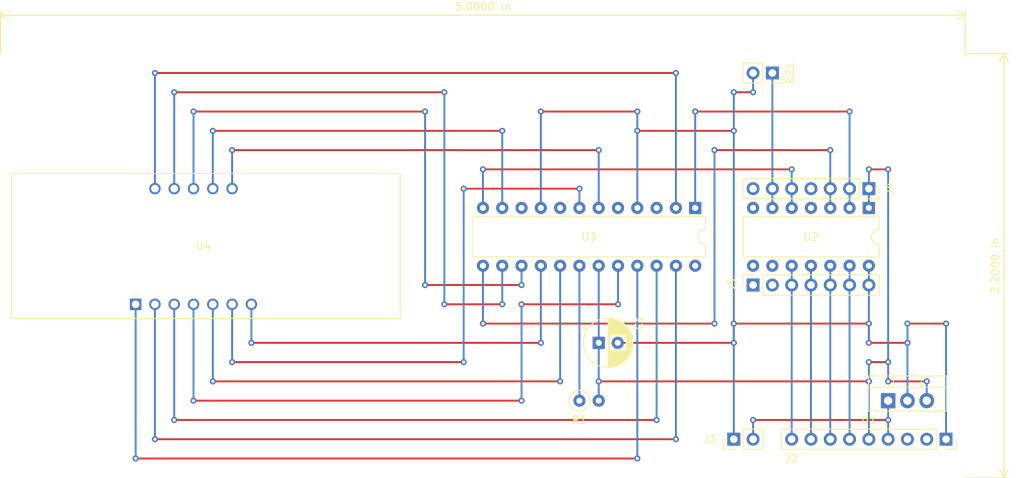
<source format=kicad_pcb>
(kicad_pcb (version 20171130) (host pcbnew "(5.1.4)-1")

  (general
    (thickness 1.2)
    (drawings 2)
    (tracks 162)
    (zones 0)
    (modules 11)
    (nets 36)
  )

  (page A4)
  (layers
    (0 F.Cu power)
    (31 B.Cu power)
    (32 B.Adhes user)
    (33 F.Adhes user)
    (34 B.Paste user)
    (35 F.Paste user)
    (36 B.SilkS user)
    (37 F.SilkS user)
    (38 B.Mask user)
    (39 F.Mask user)
    (40 Dwgs.User user)
    (41 Cmts.User user)
    (42 Eco1.User user)
    (43 Eco2.User user)
    (44 Edge.Cuts user)
    (45 Margin user)
    (46 B.CrtYd user)
    (47 F.CrtYd user)
    (48 B.Fab user)
    (49 F.Fab user)
  )

  (setup
    (last_trace_width 0.25)
    (user_trace_width 0.55)
    (user_trace_width 0.7)
    (trace_clearance 0.2)
    (zone_clearance 0.508)
    (zone_45_only no)
    (trace_min 0.08)
    (via_size 0.8)
    (via_drill 0.4)
    (via_min_size 0.4)
    (via_min_drill 0.3)
    (uvia_size 0.3)
    (uvia_drill 0.1)
    (uvias_allowed no)
    (uvia_min_size 0.2)
    (uvia_min_drill 0.1)
    (edge_width 0.05)
    (segment_width 0.2)
    (pcb_text_width 0.3)
    (pcb_text_size 1.5 1.5)
    (mod_edge_width 0.15)
    (mod_text_size 1 1)
    (mod_text_width 0.15)
    (pad_size 1.524 1.524)
    (pad_drill 0.762)
    (pad_to_mask_clearance 0.051)
    (solder_mask_min_width 0.25)
    (aux_axis_origin 0 0)
    (visible_elements 7FFFFFFF)
    (pcbplotparams
      (layerselection 0x010fc_ffffffff)
      (usegerberextensions false)
      (usegerberattributes false)
      (usegerberadvancedattributes false)
      (creategerberjobfile false)
      (excludeedgelayer true)
      (linewidth 0.100000)
      (plotframeref false)
      (viasonmask false)
      (mode 1)
      (useauxorigin false)
      (hpglpennumber 1)
      (hpglpenspeed 20)
      (hpglpendiameter 15.000000)
      (psnegative false)
      (psa4output false)
      (plotreference true)
      (plotvalue true)
      (plotinvisibletext false)
      (padsonsilk false)
      (subtractmaskfromsilk false)
      (outputformat 1)
      (mirror false)
      (drillshape 1)
      (scaleselection 1)
      (outputdirectory ""))
  )

  (net 0 "")
  (net 1 BUZZER)
  (net 2 RESET)
  (net 3 SCK)
  (net 4 MOSI)
  (net 5 MISO)
  (net 6 5v)
  (net 7 LOWPOWER)
  (net 8 DISARM)
  (net 9 STRIKE)
  (net 10 CORRECT)
  (net 11 VIN)
  (net 12 "Net-(J2-Pad3)")
  (net 13 "Net-(J2-Pad2)")
  (net 14 "Net-(R1-Pad1)")
  (net 15 "Net-(U3-Pad24)")
  (net 16 "Net-(U3-Pad23)")
  (net 17 "Net-(U3-Pad11)")
  (net 18 "Net-(U3-Pad22)")
  (net 19 "Net-(U3-Pad10)")
  (net 20 "Net-(U3-Pad21)")
  (net 21 "Net-(U3-Pad20)")
  (net 22 "Net-(U3-Pad8)")
  (net 23 "Net-(U3-Pad7)")
  (net 24 "Net-(U3-Pad6)")
  (net 25 "Net-(U3-Pad17)")
  (net 26 "Net-(U3-Pad5)")
  (net 27 "Net-(U3-Pad16)")
  (net 28 "Net-(U3-Pad15)")
  (net 29 "Net-(U3-Pad3)")
  (net 30 "Net-(U3-Pad14)")
  (net 31 "Net-(U3-Pad2)")
  (net 32 GND)
  (net 33 Pin5)
  (net 34 Pin3)
  (net 35 Pin2)

  (net_class Default "This is the default net class."
    (clearance 0.2)
    (trace_width 0.25)
    (via_dia 0.8)
    (via_drill 0.4)
    (uvia_dia 0.3)
    (uvia_drill 0.1)
    (add_net 5v)
    (add_net BUZZER)
    (add_net CORRECT)
    (add_net DISARM)
    (add_net GND)
    (add_net LOWPOWER)
    (add_net MISO)
    (add_net MOSI)
    (add_net "Net-(J2-Pad2)")
    (add_net "Net-(J2-Pad3)")
    (add_net "Net-(R1-Pad1)")
    (add_net "Net-(U3-Pad10)")
    (add_net "Net-(U3-Pad11)")
    (add_net "Net-(U3-Pad14)")
    (add_net "Net-(U3-Pad15)")
    (add_net "Net-(U3-Pad16)")
    (add_net "Net-(U3-Pad17)")
    (add_net "Net-(U3-Pad2)")
    (add_net "Net-(U3-Pad20)")
    (add_net "Net-(U3-Pad21)")
    (add_net "Net-(U3-Pad22)")
    (add_net "Net-(U3-Pad23)")
    (add_net "Net-(U3-Pad24)")
    (add_net "Net-(U3-Pad3)")
    (add_net "Net-(U3-Pad5)")
    (add_net "Net-(U3-Pad6)")
    (add_net "Net-(U3-Pad7)")
    (add_net "Net-(U3-Pad8)")
    (add_net Pin2)
    (add_net Pin3)
    (add_net Pin5)
    (add_net RESET)
    (add_net SCK)
    (add_net STRIKE)
    (add_net VIN)
  )

  (module Connector_PinSocket_2.54mm:PinSocket_1x07_P2.54mm_Vertical (layer F.Cu) (tedit 5A19A433) (tstamp 5DDA923B)
    (at 139.7 101.6 90)
    (descr "Through hole straight socket strip, 1x07, 2.54mm pitch, single row (from Kicad 4.0.7), script generated")
    (tags "Through hole socket strip THT 1x07 2.54mm single row")
    (path /5DDDF234)
    (fp_text reference J5 (at 0 -2.77 90) (layer F.SilkS)
      (effects (font (size 1 1) (thickness 0.15)))
    )
    (fp_text value Conn_01x07 (at 0 18.01 90) (layer F.Fab)
      (effects (font (size 1 1) (thickness 0.15)))
    )
    (fp_text user %R (at 0 7.62) (layer F.Fab)
      (effects (font (size 1 1) (thickness 0.15)))
    )
    (fp_line (start -1.8 17) (end -1.8 -1.8) (layer F.CrtYd) (width 0.05))
    (fp_line (start 1.75 17) (end -1.8 17) (layer F.CrtYd) (width 0.05))
    (fp_line (start 1.75 -1.8) (end 1.75 17) (layer F.CrtYd) (width 0.05))
    (fp_line (start -1.8 -1.8) (end 1.75 -1.8) (layer F.CrtYd) (width 0.05))
    (fp_line (start 0 -1.33) (end 1.33 -1.33) (layer F.SilkS) (width 0.12))
    (fp_line (start 1.33 -1.33) (end 1.33 0) (layer F.SilkS) (width 0.12))
    (fp_line (start 1.33 1.27) (end 1.33 16.57) (layer F.SilkS) (width 0.12))
    (fp_line (start -1.33 16.57) (end 1.33 16.57) (layer F.SilkS) (width 0.12))
    (fp_line (start -1.33 1.27) (end -1.33 16.57) (layer F.SilkS) (width 0.12))
    (fp_line (start -1.33 1.27) (end 1.33 1.27) (layer F.SilkS) (width 0.12))
    (fp_line (start -1.27 16.51) (end -1.27 -1.27) (layer F.Fab) (width 0.1))
    (fp_line (start 1.27 16.51) (end -1.27 16.51) (layer F.Fab) (width 0.1))
    (fp_line (start 1.27 -0.635) (end 1.27 16.51) (layer F.Fab) (width 0.1))
    (fp_line (start 0.635 -1.27) (end 1.27 -0.635) (layer F.Fab) (width 0.1))
    (fp_line (start -1.27 -1.27) (end 0.635 -1.27) (layer F.Fab) (width 0.1))
    (pad 7 thru_hole oval (at 0 15.24 90) (size 1.7 1.7) (drill 1) (layers *.Cu *.Mask)
      (net 32 GND))
    (pad 6 thru_hole oval (at 0 12.7 90) (size 1.7 1.7) (drill 1) (layers *.Cu *.Mask)
      (net 10 CORRECT))
    (pad 5 thru_hole oval (at 0 10.16 90) (size 1.7 1.7) (drill 1) (layers *.Cu *.Mask)
      (net 9 STRIKE))
    (pad 4 thru_hole oval (at 0 7.62 90) (size 1.7 1.7) (drill 1) (layers *.Cu *.Mask)
      (net 8 DISARM))
    (pad 3 thru_hole oval (at 0 5.08 90) (size 1.7 1.7) (drill 1) (layers *.Cu *.Mask)
      (net 7 LOWPOWER))
    (pad 2 thru_hole oval (at 0 2.54 90) (size 1.7 1.7) (drill 1) (layers *.Cu *.Mask)
      (net 3 SCK))
    (pad 1 thru_hole rect (at 0 0 90) (size 1.7 1.7) (drill 1) (layers *.Cu *.Mask)
      (net 5 MISO))
    (model ${KISYS3DMOD}/Connector_PinSocket_2.54mm.3dshapes/PinSocket_1x07_P2.54mm_Vertical.wrl
      (at (xyz 0 0 0))
      (scale (xyz 1 1 1))
      (rotate (xyz 0 0 0))
    )
  )

  (module Connector_PinSocket_2.54mm:PinSocket_1x07_P2.54mm_Vertical (layer F.Cu) (tedit 5A19A433) (tstamp 5DDA9220)
    (at 154.94 88.9 270)
    (descr "Through hole straight socket strip, 1x07, 2.54mm pitch, single row (from Kicad 4.0.7), script generated")
    (tags "Through hole socket strip THT 1x07 2.54mm single row")
    (path /5DDDC6DC)
    (fp_text reference J4 (at 0 -2.77 90) (layer F.SilkS)
      (effects (font (size 1 1) (thickness 0.15)))
    )
    (fp_text value Conn_01x07 (at 0 18.01 90) (layer F.Fab)
      (effects (font (size 1 1) (thickness 0.15)))
    )
    (fp_text user %R (at 0 7.62) (layer F.Fab)
      (effects (font (size 1 1) (thickness 0.15)))
    )
    (fp_line (start -1.8 17) (end -1.8 -1.8) (layer F.CrtYd) (width 0.05))
    (fp_line (start 1.75 17) (end -1.8 17) (layer F.CrtYd) (width 0.05))
    (fp_line (start 1.75 -1.8) (end 1.75 17) (layer F.CrtYd) (width 0.05))
    (fp_line (start -1.8 -1.8) (end 1.75 -1.8) (layer F.CrtYd) (width 0.05))
    (fp_line (start 0 -1.33) (end 1.33 -1.33) (layer F.SilkS) (width 0.12))
    (fp_line (start 1.33 -1.33) (end 1.33 0) (layer F.SilkS) (width 0.12))
    (fp_line (start 1.33 1.27) (end 1.33 16.57) (layer F.SilkS) (width 0.12))
    (fp_line (start -1.33 16.57) (end 1.33 16.57) (layer F.SilkS) (width 0.12))
    (fp_line (start -1.33 1.27) (end -1.33 16.57) (layer F.SilkS) (width 0.12))
    (fp_line (start -1.33 1.27) (end 1.33 1.27) (layer F.SilkS) (width 0.12))
    (fp_line (start -1.27 16.51) (end -1.27 -1.27) (layer F.Fab) (width 0.1))
    (fp_line (start 1.27 16.51) (end -1.27 16.51) (layer F.Fab) (width 0.1))
    (fp_line (start 1.27 -0.635) (end 1.27 16.51) (layer F.Fab) (width 0.1))
    (fp_line (start 0.635 -1.27) (end 1.27 -0.635) (layer F.Fab) (width 0.1))
    (fp_line (start -1.27 -1.27) (end 0.635 -1.27) (layer F.Fab) (width 0.1))
    (pad 7 thru_hole oval (at 0 15.24 270) (size 1.7 1.7) (drill 1) (layers *.Cu *.Mask)
      (net 4 MOSI))
    (pad 6 thru_hole oval (at 0 12.7 270) (size 1.7 1.7) (drill 1) (layers *.Cu *.Mask)
      (net 1 BUZZER))
    (pad 5 thru_hole oval (at 0 10.16 270) (size 1.7 1.7) (drill 1) (layers *.Cu *.Mask)
      (net 33 Pin5))
    (pad 4 thru_hole oval (at 0 7.62 270) (size 1.7 1.7) (drill 1) (layers *.Cu *.Mask)
      (net 2 RESET))
    (pad 3 thru_hole oval (at 0 5.08 270) (size 1.7 1.7) (drill 1) (layers *.Cu *.Mask)
      (net 34 Pin3))
    (pad 2 thru_hole oval (at 0 2.54 270) (size 1.7 1.7) (drill 1) (layers *.Cu *.Mask)
      (net 35 Pin2))
    (pad 1 thru_hole rect (at 0 0 270) (size 1.7 1.7) (drill 1) (layers *.Cu *.Mask)
      (net 6 5v))
    (model ${KISYS3DMOD}/Connector_PinSocket_2.54mm.3dshapes/PinSocket_1x07_P2.54mm_Vertical.wrl
      (at (xyz 0 0 0))
      (scale (xyz 1 1 1))
      (rotate (xyz 0 0 0))
    )
  )

  (module Connector_PinHeader_2.54mm:PinHeader_1x02_P2.54mm_Vertical (layer F.Cu) (tedit 59FED5CC) (tstamp 5DDA9205)
    (at 137.16 121.92 90)
    (descr "Through hole straight pin header, 1x02, 2.54mm pitch, single row")
    (tags "Through hole pin header THT 1x02 2.54mm single row")
    (path /5D74C8FE)
    (fp_text reference J3 (at 0 -3.175 180) (layer F.SilkS)
      (effects (font (size 1 1) (thickness 0.15)))
    )
    (fp_text value "Battery Header" (at -2.54 -0.635 180) (layer F.Fab)
      (effects (font (size 1 1) (thickness 0.15)))
    )
    (fp_text user %R (at 0 1.27) (layer F.Fab)
      (effects (font (size 1 1) (thickness 0.15)))
    )
    (fp_line (start 1.8 -1.8) (end -1.8 -1.8) (layer F.CrtYd) (width 0.05))
    (fp_line (start 1.8 4.35) (end 1.8 -1.8) (layer F.CrtYd) (width 0.05))
    (fp_line (start -1.8 4.35) (end 1.8 4.35) (layer F.CrtYd) (width 0.05))
    (fp_line (start -1.8 -1.8) (end -1.8 4.35) (layer F.CrtYd) (width 0.05))
    (fp_line (start -1.33 -1.33) (end 0 -1.33) (layer F.SilkS) (width 0.12))
    (fp_line (start -1.33 0) (end -1.33 -1.33) (layer F.SilkS) (width 0.12))
    (fp_line (start -1.33 1.27) (end 1.33 1.27) (layer F.SilkS) (width 0.12))
    (fp_line (start 1.33 1.27) (end 1.33 3.87) (layer F.SilkS) (width 0.12))
    (fp_line (start -1.33 1.27) (end -1.33 3.87) (layer F.SilkS) (width 0.12))
    (fp_line (start -1.33 3.87) (end 1.33 3.87) (layer F.SilkS) (width 0.12))
    (fp_line (start -1.27 -0.635) (end -0.635 -1.27) (layer F.Fab) (width 0.1))
    (fp_line (start -1.27 3.81) (end -1.27 -0.635) (layer F.Fab) (width 0.1))
    (fp_line (start 1.27 3.81) (end -1.27 3.81) (layer F.Fab) (width 0.1))
    (fp_line (start 1.27 -1.27) (end 1.27 3.81) (layer F.Fab) (width 0.1))
    (fp_line (start -0.635 -1.27) (end 1.27 -1.27) (layer F.Fab) (width 0.1))
    (pad 2 thru_hole oval (at 0 2.54 90) (size 1.7 1.7) (drill 1) (layers *.Cu *.Mask)
      (net 11 VIN))
    (pad 1 thru_hole rect (at 0 0 90) (size 1.7 1.7) (drill 1) (layers *.Cu *.Mask)
      (net 32 GND))
    (model ${KISYS3DMOD}/Connector_PinHeader_2.54mm.3dshapes/PinHeader_1x02_P2.54mm_Vertical.wrl
      (at (xyz 0 0 0))
      (scale (xyz 1 1 1))
      (rotate (xyz 0 0 0))
    )
  )

  (module Connector_PinSocket_2.54mm:PinSocket_1x02_P2.54mm_Vertical (layer F.Cu) (tedit 5A19A420) (tstamp 5D7512DA)
    (at 142.24 73.66 270)
    (descr "Through hole straight socket strip, 1x02, 2.54mm pitch, single row (from Kicad 4.0.7), script generated")
    (tags "Through hole socket strip THT 1x02 2.54mm single row")
    (path /5D77FD04)
    (fp_text reference BZ1 (at 0 -2.33 90) (layer F.SilkS)
      (effects (font (size 1 1) (thickness 0.15)))
    )
    (fp_text value Buzzer (at 0.127 4.572 90) (layer F.Fab)
      (effects (font (size 1 1) (thickness 0.15)))
    )
    (fp_text user %R (at 0 -2.286 270) (layer F.Fab)
      (effects (font (size 1 1) (thickness 0.15)))
    )
    (fp_line (start -1.8 4.3) (end -1.8 -1.8) (layer F.CrtYd) (width 0.05))
    (fp_line (start 1.75 4.3) (end -1.8 4.3) (layer F.CrtYd) (width 0.05))
    (fp_line (start 1.75 -1.8) (end 1.75 4.3) (layer F.CrtYd) (width 0.05))
    (fp_line (start -1.8 -1.8) (end 1.75 -1.8) (layer F.CrtYd) (width 0.05))
    (fp_line (start 0 -1.33) (end 1.33 -1.33) (layer F.SilkS) (width 0.12))
    (fp_line (start 1.33 -1.33) (end 1.33 0) (layer F.SilkS) (width 0.12))
    (fp_line (start 1.33 1.27) (end 1.33 3.87) (layer F.SilkS) (width 0.12))
    (fp_line (start -1.33 3.87) (end 1.33 3.87) (layer F.SilkS) (width 0.12))
    (fp_line (start -1.33 1.27) (end -1.33 3.87) (layer F.SilkS) (width 0.12))
    (fp_line (start -1.33 1.27) (end 1.33 1.27) (layer F.SilkS) (width 0.12))
    (fp_line (start -1.27 3.81) (end -1.27 -1.27) (layer F.Fab) (width 0.1))
    (fp_line (start 1.27 3.81) (end -1.27 3.81) (layer F.Fab) (width 0.1))
    (fp_line (start 1.27 -0.635) (end 1.27 3.81) (layer F.Fab) (width 0.1))
    (fp_line (start 0.635 -1.27) (end 1.27 -0.635) (layer F.Fab) (width 0.1))
    (fp_line (start -1.27 -1.27) (end 0.635 -1.27) (layer F.Fab) (width 0.1))
    (pad 2 thru_hole oval (at 0 2.54 270) (size 1.7 1.7) (drill 1) (layers *.Cu *.Mask)
      (net 32 GND))
    (pad 1 thru_hole rect (at 0 0 270) (size 1.7 1.7) (drill 1) (layers *.Cu *.Mask)
      (net 1 BUZZER))
    (model ${KISYS3DMOD}/Connector_PinSocket_2.54mm.3dshapes/PinSocket_1x02_P2.54mm_Vertical.wrl
      (at (xyz 0 0 0))
      (scale (xyz 1 1 1))
      (rotate (xyz 0 0 0))
    )
  )

  (module Resistor_THT:R_Axial_DIN0207_L6.3mm_D2.5mm_P2.54mm_Vertical (layer F.Cu) (tedit 5AE5139B) (tstamp 5D751357)
    (at 116.84 116.84)
    (descr "Resistor, Axial_DIN0207 series, Axial, Vertical, pin pitch=2.54mm, 0.25W = 1/4W, length*diameter=6.3*2.5mm^2, http://cdn-reichelt.de/documents/datenblatt/B400/1_4W%23YAG.pdf")
    (tags "Resistor Axial_DIN0207 series Axial Vertical pin pitch 2.54mm 0.25W = 1/4W length 6.3mm diameter 2.5mm")
    (path /5D770D47)
    (fp_text reference R1 (at 0 2.54) (layer F.SilkS)
      (effects (font (size 1 1) (thickness 0.15)))
    )
    (fp_text value 20k (at 2.54 2.54) (layer F.Fab)
      (effects (font (size 1 1) (thickness 0.15)))
    )
    (fp_text user %R (at 0 2.54) (layer F.Fab)
      (effects (font (size 1 1) (thickness 0.15)))
    )
    (fp_line (start 3.59 -1.5) (end -1.5 -1.5) (layer F.CrtYd) (width 0.05))
    (fp_line (start 3.59 1.5) (end 3.59 -1.5) (layer F.CrtYd) (width 0.05))
    (fp_line (start -1.5 1.5) (end 3.59 1.5) (layer F.CrtYd) (width 0.05))
    (fp_line (start -1.5 -1.5) (end -1.5 1.5) (layer F.CrtYd) (width 0.05))
    (fp_line (start 1.37 0) (end 1.44 0) (layer F.SilkS) (width 0.12))
    (fp_line (start 0 0) (end 2.54 0) (layer F.Fab) (width 0.1))
    (fp_circle (center 0 0) (end 1.37 0) (layer F.SilkS) (width 0.12))
    (fp_circle (center 0 0) (end 1.25 0) (layer F.Fab) (width 0.1))
    (pad 2 thru_hole oval (at 2.54 0) (size 1.6 1.6) (drill 0.8) (layers *.Cu *.Mask)
      (net 6 5v))
    (pad 1 thru_hole circle (at 0 0) (size 1.6 1.6) (drill 0.8) (layers *.Cu *.Mask)
      (net 14 "Net-(R1-Pad1)"))
    (model ${KISYS3DMOD}/Resistor_THT.3dshapes/R_Axial_DIN0207_L6.3mm_D2.5mm_P2.54mm_Vertical.wrl
      (at (xyz 0 0 0))
      (scale (xyz 1 1 1))
      (rotate (xyz 0 0 0))
    )
  )

  (module Connector_PinSocket_2.54mm:PinSocket_1x09_P2.54mm_Vertical (layer F.Cu) (tedit 5A19A431) (tstamp 5D75132A)
    (at 165.1 121.92 270)
    (descr "Through hole straight socket strip, 1x09, 2.54mm pitch, single row (from Kicad 4.0.7), script generated")
    (tags "Through hole socket strip THT 1x09 2.54mm single row")
    (path /5D86BF6C)
    (fp_text reference J2 (at 2.54 20.32 180) (layer F.SilkS)
      (effects (font (size 1 1) (thickness 0.15)))
    )
    (fp_text value "Module Connector" (at 2.54 10.16 180) (layer F.Fab)
      (effects (font (size 1 1) (thickness 0.15)))
    )
    (fp_text user %R (at 2.54 20.32 180) (layer F.Fab)
      (effects (font (size 1 1) (thickness 0.15)))
    )
    (fp_line (start -1.8 22.1) (end -1.8 -1.8) (layer F.CrtYd) (width 0.05))
    (fp_line (start 1.75 22.1) (end -1.8 22.1) (layer F.CrtYd) (width 0.05))
    (fp_line (start 1.75 -1.8) (end 1.75 22.1) (layer F.CrtYd) (width 0.05))
    (fp_line (start -1.8 -1.8) (end 1.75 -1.8) (layer F.CrtYd) (width 0.05))
    (fp_line (start 0 -1.33) (end 1.33 -1.33) (layer F.SilkS) (width 0.12))
    (fp_line (start 1.33 -1.33) (end 1.33 0) (layer F.SilkS) (width 0.12))
    (fp_line (start 1.33 1.27) (end 1.33 21.65) (layer F.SilkS) (width 0.12))
    (fp_line (start -1.33 21.65) (end 1.33 21.65) (layer F.SilkS) (width 0.12))
    (fp_line (start -1.33 1.27) (end -1.33 21.65) (layer F.SilkS) (width 0.12))
    (fp_line (start -1.33 1.27) (end 1.33 1.27) (layer F.SilkS) (width 0.12))
    (fp_line (start -1.27 21.59) (end -1.27 -1.27) (layer F.Fab) (width 0.1))
    (fp_line (start 1.27 21.59) (end -1.27 21.59) (layer F.Fab) (width 0.1))
    (fp_line (start 1.27 -0.635) (end 1.27 21.59) (layer F.Fab) (width 0.1))
    (fp_line (start 0.635 -1.27) (end 1.27 -0.635) (layer F.Fab) (width 0.1))
    (fp_line (start -1.27 -1.27) (end 0.635 -1.27) (layer F.Fab) (width 0.1))
    (pad 9 thru_hole oval (at 0 20.32 270) (size 1.7 1.7) (drill 1) (layers *.Cu *.Mask)
      (net 7 LOWPOWER))
    (pad 8 thru_hole oval (at 0 17.78 270) (size 1.7 1.7) (drill 1) (layers *.Cu *.Mask)
      (net 8 DISARM))
    (pad 7 thru_hole oval (at 0 15.24 270) (size 1.7 1.7) (drill 1) (layers *.Cu *.Mask)
      (net 9 STRIKE))
    (pad 6 thru_hole oval (at 0 12.7 270) (size 1.7 1.7) (drill 1) (layers *.Cu *.Mask)
      (net 10 CORRECT))
    (pad 5 thru_hole oval (at 0 10.16 270) (size 1.7 1.7) (drill 1) (layers *.Cu *.Mask)
      (net 6 5v))
    (pad 4 thru_hole oval (at 0 7.62 270) (size 1.7 1.7) (drill 1) (layers *.Cu *.Mask)
      (net 11 VIN))
    (pad 3 thru_hole oval (at 0 5.08 270) (size 1.7 1.7) (drill 1) (layers *.Cu *.Mask)
      (net 12 "Net-(J2-Pad3)"))
    (pad 2 thru_hole oval (at 0 2.54 270) (size 1.7 1.7) (drill 1) (layers *.Cu *.Mask)
      (net 13 "Net-(J2-Pad2)"))
    (pad 1 thru_hole rect (at 0 0 270) (size 1.7 1.7) (drill 1) (layers *.Cu *.Mask)
      (net 32 GND))
    (model ${KISYS3DMOD}/Connector_PinSocket_2.54mm.3dshapes/PinSocket_1x09_P2.54mm_Vertical.wrl
      (at (xyz 0 0 0))
      (scale (xyz 1 1 1))
      (rotate (xyz 0 0 0))
    )
  )

  (module "The Gelsoft Bomb Project:HDSP-B08G" (layer F.Cu) (tedit 5D733DB4) (tstamp 5D7513DD)
    (at 60.96 104.14 90)
    (descr "4 digit 7 segment green LED, http://www.kingbright.com/attachments/file/psearch/000/00/00/CA56-12CGKWA(Ver.9A).pdf")
    (tags "4 digit 7 segment green LED")
    (path /5D82E498)
    (fp_text reference U4 (at 7.62 6.35 180) (layer F.SilkS)
      (effects (font (size 1 1) (thickness 0.15)))
    )
    (fp_text value HDSP-B09G (at 5.969 6.35 180) (layer F.Fab)
      (effects (font (size 1 1) (thickness 0.15)))
    )
    (fp_line (start -1.86 -18.92) (end 17.24 -18.92) (layer F.SilkS) (width 0.12))
    (fp_line (start -1.86 -18.92) (end -1.86 32.28) (layer F.SilkS) (width 0.12))
    (fp_line (start -1.86 32.28) (end 17.24 32.28) (layer F.SilkS) (width 0.12))
    (fp_line (start 17.24 -18.92) (end 17.24 32.28) (layer F.SilkS) (width 0.12))
    (fp_text user %R (at 7.62 6.35 180) (layer F.Fab)
      (effects (font (size 1 1) (thickness 0.15)))
    )
    (fp_line (start -1.7272 32.1564) (end 17.12 32.1564) (layer F.Fab) (width 0.1))
    (fp_line (start 17.12 -18.8) (end 17.12 32.1564) (layer F.Fab) (width 0.1))
    (fp_line (start -1.7272 -18.796) (end 17.12 -18.8) (layer F.Fab) (width 0.1))
    (fp_line (start -2.13 32.5628) (end -2.13 -19.05) (layer F.CrtYd) (width 0.05))
    (fp_line (start 17.3736 32.5628) (end -2.13 32.5628) (layer F.CrtYd) (width 0.05))
    (fp_line (start 17.37 -19.05) (end 17.3736 32.5628) (layer F.CrtYd) (width 0.05))
    (fp_line (start -2.13 -19.05) (end 17.37 -19.05) (layer F.CrtYd) (width 0.05))
    (fp_line (start -1.7272 32.1564) (end -1.7272 -18.796) (layer F.Fab) (width 0.1))
    (pad 12 thru_hole circle (at 15.24 0 90) (size 1.5 1.5) (drill 1) (layers *.Cu *.Mask)
      (net 31 "Net-(U3-Pad2)"))
    (pad 11 thru_hole circle (at 15.24 2.54 90) (size 1.5 1.5) (drill 1) (layers *.Cu *.Mask)
      (net 30 "Net-(U3-Pad14)"))
    (pad 10 thru_hole circle (at 15.24 5.08 90) (size 1.5 1.5) (drill 1) (layers *.Cu *.Mask)
      (net 28 "Net-(U3-Pad15)"))
    (pad 9 thru_hole circle (at 15.24 7.62 90) (size 1.5 1.5) (drill 1) (layers *.Cu *.Mask)
      (net 17 "Net-(U3-Pad11)"))
    (pad 8 thru_hole circle (at 15.24 10.16 90) (size 1.5 1.5) (drill 1) (layers *.Cu *.Mask)
      (net 24 "Net-(U3-Pad6)"))
    (pad 7 thru_hole circle (at 0 12.7 90) (size 1.5 1.5) (drill 1) (layers *.Cu *.Mask)
      (net 27 "Net-(U3-Pad16)"))
    (pad 6 thru_hole circle (at 0 10.16 90) (size 1.5 1.5) (drill 1) (layers *.Cu *.Mask)
      (net 23 "Net-(U3-Pad7)"))
    (pad 5 thru_hole circle (at 0 7.62 90) (size 1.5 1.5) (drill 1) (layers *.Cu *.Mask)
      (net 25 "Net-(U3-Pad17)"))
    (pad 4 thru_hole circle (at 0 5.08 90) (size 1.5 1.5) (drill 1) (layers *.Cu *.Mask)
      (net 21 "Net-(U3-Pad20)"))
    (pad 3 thru_hole circle (at 0 2.54 90) (size 1.5 1.5) (drill 1) (layers *.Cu *.Mask)
      (net 18 "Net-(U3-Pad22)"))
    (pad 2 thru_hole circle (at 0 0 90) (size 1.5 1.5) (drill 1) (layers *.Cu *.Mask)
      (net 16 "Net-(U3-Pad23)"))
    (pad 1 thru_hole rect (at 0 -2.54 90) (size 1.5 1.5) (drill 1) (layers *.Cu *.Mask)
      (net 20 "Net-(U3-Pad21)"))
    (model ${KISYS3DMOD}/Display_7Segment.3dshapes/CA56-12CGKWA.wrl
      (at (xyz 0 0 0))
      (scale (xyz 1 1 1))
      (rotate (xyz 0 0 0))
    )
  )

  (module Capacitor_THT:CP_Radial_D6.3mm_P2.50mm (layer F.Cu) (tedit 5AE50EF0) (tstamp 5DD6FC5B)
    (at 119.38 109.22)
    (descr "CP, Radial series, Radial, pin pitch=2.50mm, , diameter=6.3mm, Electrolytic Capacitor")
    (tags "CP Radial series Radial pin pitch 2.50mm  diameter 6.3mm Electrolytic Capacitor")
    (path /5DD72109)
    (fp_text reference C1 (at 5.334 -2.667 270) (layer F.SilkS)
      (effects (font (size 1 1) (thickness 0.15)))
    )
    (fp_text value 100uF (at 5.334 1.016 270) (layer F.Fab)
      (effects (font (size 1 1) (thickness 0.15)))
    )
    (fp_text user %R (at 1.25 0) (layer F.Fab)
      (effects (font (size 1 1) (thickness 0.15)))
    )
    (fp_line (start -1.935241 -2.154) (end -1.935241 -1.524) (layer F.SilkS) (width 0.12))
    (fp_line (start -2.250241 -1.839) (end -1.620241 -1.839) (layer F.SilkS) (width 0.12))
    (fp_line (start 4.491 -0.402) (end 4.491 0.402) (layer F.SilkS) (width 0.12))
    (fp_line (start 4.451 -0.633) (end 4.451 0.633) (layer F.SilkS) (width 0.12))
    (fp_line (start 4.411 -0.802) (end 4.411 0.802) (layer F.SilkS) (width 0.12))
    (fp_line (start 4.371 -0.94) (end 4.371 0.94) (layer F.SilkS) (width 0.12))
    (fp_line (start 4.331 -1.059) (end 4.331 1.059) (layer F.SilkS) (width 0.12))
    (fp_line (start 4.291 -1.165) (end 4.291 1.165) (layer F.SilkS) (width 0.12))
    (fp_line (start 4.251 -1.262) (end 4.251 1.262) (layer F.SilkS) (width 0.12))
    (fp_line (start 4.211 -1.35) (end 4.211 1.35) (layer F.SilkS) (width 0.12))
    (fp_line (start 4.171 -1.432) (end 4.171 1.432) (layer F.SilkS) (width 0.12))
    (fp_line (start 4.131 -1.509) (end 4.131 1.509) (layer F.SilkS) (width 0.12))
    (fp_line (start 4.091 -1.581) (end 4.091 1.581) (layer F.SilkS) (width 0.12))
    (fp_line (start 4.051 -1.65) (end 4.051 1.65) (layer F.SilkS) (width 0.12))
    (fp_line (start 4.011 -1.714) (end 4.011 1.714) (layer F.SilkS) (width 0.12))
    (fp_line (start 3.971 -1.776) (end 3.971 1.776) (layer F.SilkS) (width 0.12))
    (fp_line (start 3.931 -1.834) (end 3.931 1.834) (layer F.SilkS) (width 0.12))
    (fp_line (start 3.891 -1.89) (end 3.891 1.89) (layer F.SilkS) (width 0.12))
    (fp_line (start 3.851 -1.944) (end 3.851 1.944) (layer F.SilkS) (width 0.12))
    (fp_line (start 3.811 -1.995) (end 3.811 1.995) (layer F.SilkS) (width 0.12))
    (fp_line (start 3.771 -2.044) (end 3.771 2.044) (layer F.SilkS) (width 0.12))
    (fp_line (start 3.731 -2.092) (end 3.731 2.092) (layer F.SilkS) (width 0.12))
    (fp_line (start 3.691 -2.137) (end 3.691 2.137) (layer F.SilkS) (width 0.12))
    (fp_line (start 3.651 -2.182) (end 3.651 2.182) (layer F.SilkS) (width 0.12))
    (fp_line (start 3.611 -2.224) (end 3.611 2.224) (layer F.SilkS) (width 0.12))
    (fp_line (start 3.571 -2.265) (end 3.571 2.265) (layer F.SilkS) (width 0.12))
    (fp_line (start 3.531 1.04) (end 3.531 2.305) (layer F.SilkS) (width 0.12))
    (fp_line (start 3.531 -2.305) (end 3.531 -1.04) (layer F.SilkS) (width 0.12))
    (fp_line (start 3.491 1.04) (end 3.491 2.343) (layer F.SilkS) (width 0.12))
    (fp_line (start 3.491 -2.343) (end 3.491 -1.04) (layer F.SilkS) (width 0.12))
    (fp_line (start 3.451 1.04) (end 3.451 2.38) (layer F.SilkS) (width 0.12))
    (fp_line (start 3.451 -2.38) (end 3.451 -1.04) (layer F.SilkS) (width 0.12))
    (fp_line (start 3.411 1.04) (end 3.411 2.416) (layer F.SilkS) (width 0.12))
    (fp_line (start 3.411 -2.416) (end 3.411 -1.04) (layer F.SilkS) (width 0.12))
    (fp_line (start 3.371 1.04) (end 3.371 2.45) (layer F.SilkS) (width 0.12))
    (fp_line (start 3.371 -2.45) (end 3.371 -1.04) (layer F.SilkS) (width 0.12))
    (fp_line (start 3.331 1.04) (end 3.331 2.484) (layer F.SilkS) (width 0.12))
    (fp_line (start 3.331 -2.484) (end 3.331 -1.04) (layer F.SilkS) (width 0.12))
    (fp_line (start 3.291 1.04) (end 3.291 2.516) (layer F.SilkS) (width 0.12))
    (fp_line (start 3.291 -2.516) (end 3.291 -1.04) (layer F.SilkS) (width 0.12))
    (fp_line (start 3.251 1.04) (end 3.251 2.548) (layer F.SilkS) (width 0.12))
    (fp_line (start 3.251 -2.548) (end 3.251 -1.04) (layer F.SilkS) (width 0.12))
    (fp_line (start 3.211 1.04) (end 3.211 2.578) (layer F.SilkS) (width 0.12))
    (fp_line (start 3.211 -2.578) (end 3.211 -1.04) (layer F.SilkS) (width 0.12))
    (fp_line (start 3.171 1.04) (end 3.171 2.607) (layer F.SilkS) (width 0.12))
    (fp_line (start 3.171 -2.607) (end 3.171 -1.04) (layer F.SilkS) (width 0.12))
    (fp_line (start 3.131 1.04) (end 3.131 2.636) (layer F.SilkS) (width 0.12))
    (fp_line (start 3.131 -2.636) (end 3.131 -1.04) (layer F.SilkS) (width 0.12))
    (fp_line (start 3.091 1.04) (end 3.091 2.664) (layer F.SilkS) (width 0.12))
    (fp_line (start 3.091 -2.664) (end 3.091 -1.04) (layer F.SilkS) (width 0.12))
    (fp_line (start 3.051 1.04) (end 3.051 2.69) (layer F.SilkS) (width 0.12))
    (fp_line (start 3.051 -2.69) (end 3.051 -1.04) (layer F.SilkS) (width 0.12))
    (fp_line (start 3.011 1.04) (end 3.011 2.716) (layer F.SilkS) (width 0.12))
    (fp_line (start 3.011 -2.716) (end 3.011 -1.04) (layer F.SilkS) (width 0.12))
    (fp_line (start 2.971 1.04) (end 2.971 2.742) (layer F.SilkS) (width 0.12))
    (fp_line (start 2.971 -2.742) (end 2.971 -1.04) (layer F.SilkS) (width 0.12))
    (fp_line (start 2.931 1.04) (end 2.931 2.766) (layer F.SilkS) (width 0.12))
    (fp_line (start 2.931 -2.766) (end 2.931 -1.04) (layer F.SilkS) (width 0.12))
    (fp_line (start 2.891 1.04) (end 2.891 2.79) (layer F.SilkS) (width 0.12))
    (fp_line (start 2.891 -2.79) (end 2.891 -1.04) (layer F.SilkS) (width 0.12))
    (fp_line (start 2.851 1.04) (end 2.851 2.812) (layer F.SilkS) (width 0.12))
    (fp_line (start 2.851 -2.812) (end 2.851 -1.04) (layer F.SilkS) (width 0.12))
    (fp_line (start 2.811 1.04) (end 2.811 2.834) (layer F.SilkS) (width 0.12))
    (fp_line (start 2.811 -2.834) (end 2.811 -1.04) (layer F.SilkS) (width 0.12))
    (fp_line (start 2.771 1.04) (end 2.771 2.856) (layer F.SilkS) (width 0.12))
    (fp_line (start 2.771 -2.856) (end 2.771 -1.04) (layer F.SilkS) (width 0.12))
    (fp_line (start 2.731 1.04) (end 2.731 2.876) (layer F.SilkS) (width 0.12))
    (fp_line (start 2.731 -2.876) (end 2.731 -1.04) (layer F.SilkS) (width 0.12))
    (fp_line (start 2.691 1.04) (end 2.691 2.896) (layer F.SilkS) (width 0.12))
    (fp_line (start 2.691 -2.896) (end 2.691 -1.04) (layer F.SilkS) (width 0.12))
    (fp_line (start 2.651 1.04) (end 2.651 2.916) (layer F.SilkS) (width 0.12))
    (fp_line (start 2.651 -2.916) (end 2.651 -1.04) (layer F.SilkS) (width 0.12))
    (fp_line (start 2.611 1.04) (end 2.611 2.934) (layer F.SilkS) (width 0.12))
    (fp_line (start 2.611 -2.934) (end 2.611 -1.04) (layer F.SilkS) (width 0.12))
    (fp_line (start 2.571 1.04) (end 2.571 2.952) (layer F.SilkS) (width 0.12))
    (fp_line (start 2.571 -2.952) (end 2.571 -1.04) (layer F.SilkS) (width 0.12))
    (fp_line (start 2.531 1.04) (end 2.531 2.97) (layer F.SilkS) (width 0.12))
    (fp_line (start 2.531 -2.97) (end 2.531 -1.04) (layer F.SilkS) (width 0.12))
    (fp_line (start 2.491 1.04) (end 2.491 2.986) (layer F.SilkS) (width 0.12))
    (fp_line (start 2.491 -2.986) (end 2.491 -1.04) (layer F.SilkS) (width 0.12))
    (fp_line (start 2.451 1.04) (end 2.451 3.002) (layer F.SilkS) (width 0.12))
    (fp_line (start 2.451 -3.002) (end 2.451 -1.04) (layer F.SilkS) (width 0.12))
    (fp_line (start 2.411 1.04) (end 2.411 3.018) (layer F.SilkS) (width 0.12))
    (fp_line (start 2.411 -3.018) (end 2.411 -1.04) (layer F.SilkS) (width 0.12))
    (fp_line (start 2.371 1.04) (end 2.371 3.033) (layer F.SilkS) (width 0.12))
    (fp_line (start 2.371 -3.033) (end 2.371 -1.04) (layer F.SilkS) (width 0.12))
    (fp_line (start 2.331 1.04) (end 2.331 3.047) (layer F.SilkS) (width 0.12))
    (fp_line (start 2.331 -3.047) (end 2.331 -1.04) (layer F.SilkS) (width 0.12))
    (fp_line (start 2.291 1.04) (end 2.291 3.061) (layer F.SilkS) (width 0.12))
    (fp_line (start 2.291 -3.061) (end 2.291 -1.04) (layer F.SilkS) (width 0.12))
    (fp_line (start 2.251 1.04) (end 2.251 3.074) (layer F.SilkS) (width 0.12))
    (fp_line (start 2.251 -3.074) (end 2.251 -1.04) (layer F.SilkS) (width 0.12))
    (fp_line (start 2.211 1.04) (end 2.211 3.086) (layer F.SilkS) (width 0.12))
    (fp_line (start 2.211 -3.086) (end 2.211 -1.04) (layer F.SilkS) (width 0.12))
    (fp_line (start 2.171 1.04) (end 2.171 3.098) (layer F.SilkS) (width 0.12))
    (fp_line (start 2.171 -3.098) (end 2.171 -1.04) (layer F.SilkS) (width 0.12))
    (fp_line (start 2.131 1.04) (end 2.131 3.11) (layer F.SilkS) (width 0.12))
    (fp_line (start 2.131 -3.11) (end 2.131 -1.04) (layer F.SilkS) (width 0.12))
    (fp_line (start 2.091 1.04) (end 2.091 3.121) (layer F.SilkS) (width 0.12))
    (fp_line (start 2.091 -3.121) (end 2.091 -1.04) (layer F.SilkS) (width 0.12))
    (fp_line (start 2.051 1.04) (end 2.051 3.131) (layer F.SilkS) (width 0.12))
    (fp_line (start 2.051 -3.131) (end 2.051 -1.04) (layer F.SilkS) (width 0.12))
    (fp_line (start 2.011 1.04) (end 2.011 3.141) (layer F.SilkS) (width 0.12))
    (fp_line (start 2.011 -3.141) (end 2.011 -1.04) (layer F.SilkS) (width 0.12))
    (fp_line (start 1.971 1.04) (end 1.971 3.15) (layer F.SilkS) (width 0.12))
    (fp_line (start 1.971 -3.15) (end 1.971 -1.04) (layer F.SilkS) (width 0.12))
    (fp_line (start 1.93 1.04) (end 1.93 3.159) (layer F.SilkS) (width 0.12))
    (fp_line (start 1.93 -3.159) (end 1.93 -1.04) (layer F.SilkS) (width 0.12))
    (fp_line (start 1.89 1.04) (end 1.89 3.167) (layer F.SilkS) (width 0.12))
    (fp_line (start 1.89 -3.167) (end 1.89 -1.04) (layer F.SilkS) (width 0.12))
    (fp_line (start 1.85 1.04) (end 1.85 3.175) (layer F.SilkS) (width 0.12))
    (fp_line (start 1.85 -3.175) (end 1.85 -1.04) (layer F.SilkS) (width 0.12))
    (fp_line (start 1.81 1.04) (end 1.81 3.182) (layer F.SilkS) (width 0.12))
    (fp_line (start 1.81 -3.182) (end 1.81 -1.04) (layer F.SilkS) (width 0.12))
    (fp_line (start 1.77 1.04) (end 1.77 3.189) (layer F.SilkS) (width 0.12))
    (fp_line (start 1.77 -3.189) (end 1.77 -1.04) (layer F.SilkS) (width 0.12))
    (fp_line (start 1.73 1.04) (end 1.73 3.195) (layer F.SilkS) (width 0.12))
    (fp_line (start 1.73 -3.195) (end 1.73 -1.04) (layer F.SilkS) (width 0.12))
    (fp_line (start 1.69 1.04) (end 1.69 3.201) (layer F.SilkS) (width 0.12))
    (fp_line (start 1.69 -3.201) (end 1.69 -1.04) (layer F.SilkS) (width 0.12))
    (fp_line (start 1.65 1.04) (end 1.65 3.206) (layer F.SilkS) (width 0.12))
    (fp_line (start 1.65 -3.206) (end 1.65 -1.04) (layer F.SilkS) (width 0.12))
    (fp_line (start 1.61 1.04) (end 1.61 3.211) (layer F.SilkS) (width 0.12))
    (fp_line (start 1.61 -3.211) (end 1.61 -1.04) (layer F.SilkS) (width 0.12))
    (fp_line (start 1.57 1.04) (end 1.57 3.215) (layer F.SilkS) (width 0.12))
    (fp_line (start 1.57 -3.215) (end 1.57 -1.04) (layer F.SilkS) (width 0.12))
    (fp_line (start 1.53 1.04) (end 1.53 3.218) (layer F.SilkS) (width 0.12))
    (fp_line (start 1.53 -3.218) (end 1.53 -1.04) (layer F.SilkS) (width 0.12))
    (fp_line (start 1.49 1.04) (end 1.49 3.222) (layer F.SilkS) (width 0.12))
    (fp_line (start 1.49 -3.222) (end 1.49 -1.04) (layer F.SilkS) (width 0.12))
    (fp_line (start 1.45 -3.224) (end 1.45 3.224) (layer F.SilkS) (width 0.12))
    (fp_line (start 1.41 -3.227) (end 1.41 3.227) (layer F.SilkS) (width 0.12))
    (fp_line (start 1.37 -3.228) (end 1.37 3.228) (layer F.SilkS) (width 0.12))
    (fp_line (start 1.33 -3.23) (end 1.33 3.23) (layer F.SilkS) (width 0.12))
    (fp_line (start 1.29 -3.23) (end 1.29 3.23) (layer F.SilkS) (width 0.12))
    (fp_line (start 1.25 -3.23) (end 1.25 3.23) (layer F.SilkS) (width 0.12))
    (fp_line (start -1.128972 -1.6885) (end -1.128972 -1.0585) (layer F.Fab) (width 0.1))
    (fp_line (start -1.443972 -1.3735) (end -0.813972 -1.3735) (layer F.Fab) (width 0.1))
    (fp_circle (center 1.25 0) (end 4.65 0) (layer F.CrtYd) (width 0.05))
    (fp_circle (center 1.25 0) (end 4.52 0) (layer F.SilkS) (width 0.12))
    (fp_circle (center 1.25 0) (end 4.4 0) (layer F.Fab) (width 0.1))
    (pad 2 thru_hole circle (at 2.5 0) (size 1.6 1.6) (drill 0.8) (layers *.Cu *.Mask)
      (net 32 GND))
    (pad 1 thru_hole rect (at 0 0) (size 1.6 1.6) (drill 0.8) (layers *.Cu *.Mask)
      (net 6 5v))
    (model ${KISYS3DMOD}/Capacitor_THT.3dshapes/CP_Radial_D6.3mm_P2.50mm.wrl
      (at (xyz 0 0 0))
      (scale (xyz 1 1 1))
      (rotate (xyz 0 0 0))
    )
  )

  (module Package_DIP:DIP-14_W7.62mm (layer F.Cu) (tedit 5A02E8C5) (tstamp 5D751394)
    (at 154.94 91.44 270)
    (descr "14-lead though-hole mounted DIP package, row spacing 7.62 mm (300 mils)")
    (tags "THT DIP DIL PDIP 2.54mm 7.62mm 300mil")
    (path /5D807087)
    (fp_text reference U2 (at 3.81 7.62 180) (layer F.SilkS)
      (effects (font (size 1 1) (thickness 0.15)))
    )
    (fp_text value ATtiny24A-PU (at 5.461 7.366 180) (layer F.Fab)
      (effects (font (size 1 1) (thickness 0.15)))
    )
    (fp_text user %R (at 3.81 7.62 180) (layer F.Fab)
      (effects (font (size 1 1) (thickness 0.15)))
    )
    (fp_line (start 8.7 -1.55) (end -1.1 -1.55) (layer F.CrtYd) (width 0.05))
    (fp_line (start 8.7 16.8) (end 8.7 -1.55) (layer F.CrtYd) (width 0.05))
    (fp_line (start -1.1 16.8) (end 8.7 16.8) (layer F.CrtYd) (width 0.05))
    (fp_line (start -1.1 -1.55) (end -1.1 16.8) (layer F.CrtYd) (width 0.05))
    (fp_line (start 6.46 -1.33) (end 4.81 -1.33) (layer F.SilkS) (width 0.12))
    (fp_line (start 6.46 16.57) (end 6.46 -1.33) (layer F.SilkS) (width 0.12))
    (fp_line (start 1.16 16.57) (end 6.46 16.57) (layer F.SilkS) (width 0.12))
    (fp_line (start 1.16 -1.33) (end 1.16 16.57) (layer F.SilkS) (width 0.12))
    (fp_line (start 2.81 -1.33) (end 1.16 -1.33) (layer F.SilkS) (width 0.12))
    (fp_line (start 0.635 -0.27) (end 1.635 -1.27) (layer F.Fab) (width 0.1))
    (fp_line (start 0.635 16.51) (end 0.635 -0.27) (layer F.Fab) (width 0.1))
    (fp_line (start 6.985 16.51) (end 0.635 16.51) (layer F.Fab) (width 0.1))
    (fp_line (start 6.985 -1.27) (end 6.985 16.51) (layer F.Fab) (width 0.1))
    (fp_line (start 1.635 -1.27) (end 6.985 -1.27) (layer F.Fab) (width 0.1))
    (fp_arc (start 3.81 -1.33) (end 2.81 -1.33) (angle -180) (layer F.SilkS) (width 0.12))
    (pad 14 thru_hole oval (at 7.62 0 270) (size 1.6 1.6) (drill 0.8) (layers *.Cu *.Mask)
      (net 32 GND))
    (pad 7 thru_hole oval (at 0 15.24 270) (size 1.6 1.6) (drill 0.8) (layers *.Cu *.Mask)
      (net 4 MOSI))
    (pad 13 thru_hole oval (at 7.62 2.54 270) (size 1.6 1.6) (drill 0.8) (layers *.Cu *.Mask)
      (net 10 CORRECT))
    (pad 6 thru_hole oval (at 0 12.7 270) (size 1.6 1.6) (drill 0.8) (layers *.Cu *.Mask)
      (net 1 BUZZER))
    (pad 12 thru_hole oval (at 7.62 5.08 270) (size 1.6 1.6) (drill 0.8) (layers *.Cu *.Mask)
      (net 9 STRIKE))
    (pad 5 thru_hole oval (at 0 10.16 270) (size 1.6 1.6) (drill 0.8) (layers *.Cu *.Mask)
      (net 33 Pin5))
    (pad 11 thru_hole oval (at 7.62 7.62 270) (size 1.6 1.6) (drill 0.8) (layers *.Cu *.Mask)
      (net 8 DISARM))
    (pad 4 thru_hole oval (at 0 7.62 270) (size 1.6 1.6) (drill 0.8) (layers *.Cu *.Mask)
      (net 2 RESET))
    (pad 10 thru_hole oval (at 7.62 10.16 270) (size 1.6 1.6) (drill 0.8) (layers *.Cu *.Mask)
      (net 7 LOWPOWER))
    (pad 3 thru_hole oval (at 0 5.08 270) (size 1.6 1.6) (drill 0.8) (layers *.Cu *.Mask)
      (net 34 Pin3))
    (pad 9 thru_hole oval (at 7.62 12.7 270) (size 1.6 1.6) (drill 0.8) (layers *.Cu *.Mask)
      (net 3 SCK))
    (pad 2 thru_hole oval (at 0 2.54 270) (size 1.6 1.6) (drill 0.8) (layers *.Cu *.Mask)
      (net 35 Pin2))
    (pad 8 thru_hole oval (at 7.62 15.24 270) (size 1.6 1.6) (drill 0.8) (layers *.Cu *.Mask)
      (net 5 MISO))
    (pad 1 thru_hole rect (at 0 0 270) (size 1.6 1.6) (drill 0.8) (layers *.Cu *.Mask)
      (net 6 5v))
    (model ${KISYS3DMOD}/Package_DIP.3dshapes/DIP-14_W7.62mm.wrl
      (at (xyz 0 0 0))
      (scale (xyz 1 1 1))
      (rotate (xyz 0 0 0))
    )
  )

  (module Package_TO_SOT_THT:TO-220-3_Vertical (layer F.Cu) (tedit 5AC8BA0D) (tstamp 5D751372)
    (at 157.48 116.84)
    (descr "TO-220-3, Vertical, RM 2.54mm, see https://www.vishay.com/docs/66542/to-220-1.pdf")
    (tags "TO-220-3 Vertical RM 2.54mm")
    (path /5D74AD90)
    (fp_text reference U1 (at -2.54 2.54) (layer F.SilkS)
      (effects (font (size 1 1) (thickness 0.15)))
    )
    (fp_text value L7805 (at 2.54 2.54) (layer F.Fab)
      (effects (font (size 1 1) (thickness 0.15)))
    )
    (fp_text user %R (at -2.54 2.54) (layer F.Fab)
      (effects (font (size 1 1) (thickness 0.15)))
    )
    (fp_line (start 7.79 -3.4) (end -2.71 -3.4) (layer F.CrtYd) (width 0.05))
    (fp_line (start 7.79 1.51) (end 7.79 -3.4) (layer F.CrtYd) (width 0.05))
    (fp_line (start -2.71 1.51) (end 7.79 1.51) (layer F.CrtYd) (width 0.05))
    (fp_line (start -2.71 -3.4) (end -2.71 1.51) (layer F.CrtYd) (width 0.05))
    (fp_line (start 4.391 -3.27) (end 4.391 -1.76) (layer F.SilkS) (width 0.12))
    (fp_line (start 0.69 -3.27) (end 0.69 -1.76) (layer F.SilkS) (width 0.12))
    (fp_line (start -2.58 -1.76) (end 7.66 -1.76) (layer F.SilkS) (width 0.12))
    (fp_line (start 7.66 -3.27) (end 7.66 1.371) (layer F.SilkS) (width 0.12))
    (fp_line (start -2.58 -3.27) (end -2.58 1.371) (layer F.SilkS) (width 0.12))
    (fp_line (start -2.58 1.371) (end 7.66 1.371) (layer F.SilkS) (width 0.12))
    (fp_line (start -2.58 -3.27) (end 7.66 -3.27) (layer F.SilkS) (width 0.12))
    (fp_line (start 4.39 -3.15) (end 4.39 -1.88) (layer F.Fab) (width 0.1))
    (fp_line (start 0.69 -3.15) (end 0.69 -1.88) (layer F.Fab) (width 0.1))
    (fp_line (start -2.46 -1.88) (end 7.54 -1.88) (layer F.Fab) (width 0.1))
    (fp_line (start 7.54 -3.15) (end -2.46 -3.15) (layer F.Fab) (width 0.1))
    (fp_line (start 7.54 1.25) (end 7.54 -3.15) (layer F.Fab) (width 0.1))
    (fp_line (start -2.46 1.25) (end 7.54 1.25) (layer F.Fab) (width 0.1))
    (fp_line (start -2.46 -3.15) (end -2.46 1.25) (layer F.Fab) (width 0.1))
    (pad 3 thru_hole oval (at 5.08 0) (size 1.905 2) (drill 1.1) (layers *.Cu *.Mask)
      (net 6 5v))
    (pad 2 thru_hole oval (at 2.54 0) (size 1.905 2) (drill 1.1) (layers *.Cu *.Mask)
      (net 32 GND))
    (pad 1 thru_hole rect (at 0 0) (size 1.905 2) (drill 1.1) (layers *.Cu *.Mask)
      (net 11 VIN))
    (model ${KISYS3DMOD}/Package_TO_SOT_THT.3dshapes/TO-220-3_Vertical.wrl
      (at (xyz 0 0 0))
      (scale (xyz 1 1 1))
      (rotate (xyz 0 0 0))
    )
  )

  (module Package_DIP:DIP-24_W7.62mm (layer F.Cu) (tedit 5A02E8C5) (tstamp 5D7513C0)
    (at 132.08 91.44 270)
    (descr "24-lead though-hole mounted DIP package, row spacing 7.62 mm (300 mils)")
    (tags "THT DIP DIL PDIP 2.54mm 7.62mm 300mil")
    (path /5D751E05)
    (fp_text reference U3 (at 3.81 13.97 180) (layer F.SilkS)
      (effects (font (size 1 1) (thickness 0.15)))
    )
    (fp_text value MAX7219 (at 2.286 14.097 180) (layer F.Fab)
      (effects (font (size 1 1) (thickness 0.15)))
    )
    (fp_text user %R (at 3.81 13.97 180) (layer F.Fab)
      (effects (font (size 1 1) (thickness 0.15)))
    )
    (fp_line (start 8.7 -1.55) (end -1.1 -1.55) (layer F.CrtYd) (width 0.05))
    (fp_line (start 8.7 29.5) (end 8.7 -1.55) (layer F.CrtYd) (width 0.05))
    (fp_line (start -1.1 29.5) (end 8.7 29.5) (layer F.CrtYd) (width 0.05))
    (fp_line (start -1.1 -1.55) (end -1.1 29.5) (layer F.CrtYd) (width 0.05))
    (fp_line (start 6.46 -1.33) (end 4.81 -1.33) (layer F.SilkS) (width 0.12))
    (fp_line (start 6.46 29.27) (end 6.46 -1.33) (layer F.SilkS) (width 0.12))
    (fp_line (start 1.16 29.27) (end 6.46 29.27) (layer F.SilkS) (width 0.12))
    (fp_line (start 1.16 -1.33) (end 1.16 29.27) (layer F.SilkS) (width 0.12))
    (fp_line (start 2.81 -1.33) (end 1.16 -1.33) (layer F.SilkS) (width 0.12))
    (fp_line (start 0.635 -0.27) (end 1.635 -1.27) (layer F.Fab) (width 0.1))
    (fp_line (start 0.635 29.21) (end 0.635 -0.27) (layer F.Fab) (width 0.1))
    (fp_line (start 6.985 29.21) (end 0.635 29.21) (layer F.Fab) (width 0.1))
    (fp_line (start 6.985 -1.27) (end 6.985 29.21) (layer F.Fab) (width 0.1))
    (fp_line (start 1.635 -1.27) (end 6.985 -1.27) (layer F.Fab) (width 0.1))
    (fp_arc (start 3.81 -1.33) (end 2.81 -1.33) (angle -180) (layer F.SilkS) (width 0.12))
    (pad 24 thru_hole oval (at 7.62 0 270) (size 1.6 1.6) (drill 0.8) (layers *.Cu *.Mask)
      (net 15 "Net-(U3-Pad24)"))
    (pad 12 thru_hole oval (at 0 27.94 270) (size 1.6 1.6) (drill 0.8) (layers *.Cu *.Mask)
      (net 33 Pin5))
    (pad 23 thru_hole oval (at 7.62 2.54 270) (size 1.6 1.6) (drill 0.8) (layers *.Cu *.Mask)
      (net 16 "Net-(U3-Pad23)"))
    (pad 11 thru_hole oval (at 0 25.4 270) (size 1.6 1.6) (drill 0.8) (layers *.Cu *.Mask)
      (net 17 "Net-(U3-Pad11)"))
    (pad 22 thru_hole oval (at 7.62 5.08 270) (size 1.6 1.6) (drill 0.8) (layers *.Cu *.Mask)
      (net 18 "Net-(U3-Pad22)"))
    (pad 10 thru_hole oval (at 0 22.86 270) (size 1.6 1.6) (drill 0.8) (layers *.Cu *.Mask)
      (net 19 "Net-(U3-Pad10)"))
    (pad 21 thru_hole oval (at 7.62 7.62 270) (size 1.6 1.6) (drill 0.8) (layers *.Cu *.Mask)
      (net 20 "Net-(U3-Pad21)"))
    (pad 9 thru_hole oval (at 0 20.32 270) (size 1.6 1.6) (drill 0.8) (layers *.Cu *.Mask)
      (net 32 GND))
    (pad 20 thru_hole oval (at 7.62 10.16 270) (size 1.6 1.6) (drill 0.8) (layers *.Cu *.Mask)
      (net 21 "Net-(U3-Pad20)"))
    (pad 8 thru_hole oval (at 0 17.78 270) (size 1.6 1.6) (drill 0.8) (layers *.Cu *.Mask)
      (net 22 "Net-(U3-Pad8)"))
    (pad 19 thru_hole oval (at 7.62 12.7 270) (size 1.6 1.6) (drill 0.8) (layers *.Cu *.Mask)
      (net 6 5v))
    (pad 7 thru_hole oval (at 0 15.24 270) (size 1.6 1.6) (drill 0.8) (layers *.Cu *.Mask)
      (net 23 "Net-(U3-Pad7)"))
    (pad 18 thru_hole oval (at 7.62 15.24 270) (size 1.6 1.6) (drill 0.8) (layers *.Cu *.Mask)
      (net 14 "Net-(R1-Pad1)"))
    (pad 6 thru_hole oval (at 0 12.7 270) (size 1.6 1.6) (drill 0.8) (layers *.Cu *.Mask)
      (net 24 "Net-(U3-Pad6)"))
    (pad 17 thru_hole oval (at 7.62 17.78 270) (size 1.6 1.6) (drill 0.8) (layers *.Cu *.Mask)
      (net 25 "Net-(U3-Pad17)"))
    (pad 5 thru_hole oval (at 0 10.16 270) (size 1.6 1.6) (drill 0.8) (layers *.Cu *.Mask)
      (net 26 "Net-(U3-Pad5)"))
    (pad 16 thru_hole oval (at 7.62 20.32 270) (size 1.6 1.6) (drill 0.8) (layers *.Cu *.Mask)
      (net 27 "Net-(U3-Pad16)"))
    (pad 4 thru_hole oval (at 0 7.62 270) (size 1.6 1.6) (drill 0.8) (layers *.Cu *.Mask)
      (net 32 GND))
    (pad 15 thru_hole oval (at 7.62 22.86 270) (size 1.6 1.6) (drill 0.8) (layers *.Cu *.Mask)
      (net 28 "Net-(U3-Pad15)"))
    (pad 3 thru_hole oval (at 0 5.08 270) (size 1.6 1.6) (drill 0.8) (layers *.Cu *.Mask)
      (net 29 "Net-(U3-Pad3)"))
    (pad 14 thru_hole oval (at 7.62 25.4 270) (size 1.6 1.6) (drill 0.8) (layers *.Cu *.Mask)
      (net 30 "Net-(U3-Pad14)"))
    (pad 2 thru_hole oval (at 0 2.54 270) (size 1.6 1.6) (drill 0.8) (layers *.Cu *.Mask)
      (net 31 "Net-(U3-Pad2)"))
    (pad 13 thru_hole oval (at 7.62 27.94 270) (size 1.6 1.6) (drill 0.8) (layers *.Cu *.Mask)
      (net 34 Pin3))
    (pad 1 thru_hole rect (at 0 0 270) (size 1.6 1.6) (drill 0.8) (layers *.Cu *.Mask)
      (net 35 Pin2))
    (model ${KISYS3DMOD}/Package_DIP.3dshapes/DIP-24_W7.62mm.wrl
      (at (xyz 0 0 0))
      (scale (xyz 1 1 1))
      (rotate (xyz 0 0 0))
    )
  )

  (dimension 55.88 (width 0.15) (layer F.SilkS)
    (gr_text "55.880 mm" (at 174.02 99.06 270) (layer F.SilkS)
      (effects (font (size 1 1) (thickness 0.15)))
    )
    (feature1 (pts (xy 167.64 127) (xy 173.306421 127)))
    (feature2 (pts (xy 167.64 71.12) (xy 173.306421 71.12)))
    (crossbar (pts (xy 172.72 71.12) (xy 172.72 127)))
    (arrow1a (pts (xy 172.72 127) (xy 172.133579 125.873496)))
    (arrow1b (pts (xy 172.72 127) (xy 173.306421 125.873496)))
    (arrow2a (pts (xy 172.72 71.12) (xy 172.133579 72.246504)))
    (arrow2b (pts (xy 172.72 71.12) (xy 173.306421 72.246504)))
  )
  (dimension 127 (width 0.15) (layer F.SilkS)
    (gr_text "127.000 mm" (at 104.14 64.740001) (layer F.SilkS)
      (effects (font (size 1 1) (thickness 0.15)))
    )
    (feature1 (pts (xy 40.64 71.12) (xy 40.64 65.45358)))
    (feature2 (pts (xy 167.64 71.12) (xy 167.64 65.45358)))
    (crossbar (pts (xy 167.64 66.040001) (xy 40.64 66.040001)))
    (arrow1a (pts (xy 40.64 66.040001) (xy 41.766504 65.45358)))
    (arrow1b (pts (xy 40.64 66.040001) (xy 41.766504 66.626422)))
    (arrow2a (pts (xy 167.64 66.040001) (xy 166.513496 65.45358)))
    (arrow2b (pts (xy 167.64 66.040001) (xy 166.513496 66.626422)))
  )

  (via (at 137.16 106.68) (size 0.8) (drill 0.4) (layers F.Cu B.Cu) (net 32) (tstamp 5DDA8ABF))
  (via (at 139.7 76.2) (size 0.8) (drill 0.4) (layers F.Cu B.Cu) (net 32) (tstamp 5DDA8AD1))
  (via (at 137.16 81.28) (size 0.8) (drill 0.4) (layers F.Cu B.Cu) (net 32) (tstamp 5DDA8AD2))
  (via (at 137.16 76.2) (size 0.8) (drill 0.4) (layers F.Cu B.Cu) (net 32) (tstamp 5DDA8AD3))
  (via (at 137.16 109.22) (size 0.8) (drill 0.4) (layers F.Cu B.Cu) (net 32) (tstamp 5DDA8AD4))
  (via (at 111.76 78.74) (size 0.8) (drill 0.4) (layers F.Cu B.Cu) (net 32) (tstamp 5DDA8AD5))
  (via (at 154.94 109.22) (size 0.8) (drill 0.4) (layers F.Cu B.Cu) (net 32) (tstamp 5DDA8AD6))
  (via (at 160.02 109.22) (size 0.8) (drill 0.4) (layers F.Cu B.Cu) (net 32) (tstamp 5DDA8AD7))
  (via (at 160.02 106.68) (size 0.8) (drill 0.4) (layers F.Cu B.Cu) (net 32) (tstamp 5DDA8AD8))
  (via (at 165.1 106.68) (size 0.8) (drill 0.4) (layers F.Cu B.Cu) (net 32) (tstamp 5DDA8AD9))
  (via (at 124.46 78.74) (size 0.8) (drill 0.4) (layers F.Cu B.Cu) (net 32) (tstamp 5DDA8ADA))
  (via (at 124.46 81.28) (size 0.8) (drill 0.4) (layers F.Cu B.Cu) (net 32) (tstamp 5DDA8ADB))
  (via (at 154.94 106.68) (size 0.8) (drill 0.4) (layers F.Cu B.Cu) (net 32) (tstamp 5DDA8ADC))
  (segment (start 154.94 109.22) (end 160.02 109.22) (width 0.25) (layer F.Cu) (net 32) (tstamp 5DDA8AE2))
  (segment (start 160.02 106.68) (end 165.1 106.68) (width 0.25) (layer F.Cu) (net 32) (tstamp 5DDA8AE3))
  (segment (start 124.46 78.74) (end 124.46 78.74) (width 0.25) (layer F.Cu) (net 32) (tstamp 5DDA8AE5))
  (segment (start 137.16 106.68) (end 154.94 106.68) (width 0.25) (layer F.Cu) (net 32) (tstamp 5DDA8AEA))
  (segment (start 111.76 78.74) (end 124.46 78.74) (width 0.25) (layer F.Cu) (net 32) (tstamp 5DDA8B10))
  (segment (start 121.88 109.22) (end 137.16 109.22) (width 0.25) (layer F.Cu) (net 32) (tstamp 5DDA8B11))
  (segment (start 137.16 81.28) (end 124.46 81.28) (width 0.25) (layer F.Cu) (net 32) (tstamp 5DDA8B12))
  (segment (start 137.16 76.2) (end 139.7 76.2) (width 0.25) (layer F.Cu) (net 32) (tstamp 5DDA8B13))
  (segment (start 154.94 109.22) (end 154.94 99.06) (width 0.25) (layer B.Cu) (net 32))
  (segment (start 124.46 81.28) (end 124.46 91.44) (width 0.25) (layer B.Cu) (net 32))
  (segment (start 137.16 109.22) (end 137.16 81.28) (width 0.25) (layer B.Cu) (net 32))
  (segment (start 139.7 76.2) (end 139.7 73.66) (width 0.25) (layer B.Cu) (net 32))
  (segment (start 137.16 76.2) (end 137.16 81.28) (width 0.25) (layer B.Cu) (net 32))
  (segment (start 111.76 91.44) (end 111.76 78.74) (width 0.25) (layer B.Cu) (net 32))
  (segment (start 124.46 78.74) (end 124.46 81.28) (width 0.25) (layer B.Cu) (net 32))
  (segment (start 160.02 109.22) (end 160.02 106.68) (width 0.25) (layer B.Cu) (net 32))
  (segment (start 160.02 116.84) (end 160.02 106.68) (width 0.25) (layer B.Cu) (net 32))
  (segment (start 165.1 106.68) (end 165.1 121.92) (width 0.25) (layer B.Cu) (net 32))
  (segment (start 154.94 106.68) (end 154.94 109.22) (width 0.25) (layer B.Cu) (net 32))
  (segment (start 137.16 109.22) (end 137.16 106.68) (width 0.25) (layer B.Cu) (net 32))
  (segment (start 142.24 73.66) (end 142.24 91.44) (width 0.25) (layer B.Cu) (net 1))
  (via (at 157.48 86.36) (size 0.8) (drill 0.4) (layers F.Cu B.Cu) (net 6) (tstamp 5DDA8AB7))
  (via (at 157.48 114.3) (size 0.8) (drill 0.4) (layers F.Cu B.Cu) (net 6) (tstamp 5DDA8AB8))
  (via (at 162.56 114.3) (size 0.8) (drill 0.4) (layers F.Cu B.Cu) (net 6) (tstamp 5DDA8AB9))
  (via (at 154.94 86.36) (size 0.8) (drill 0.4) (layers F.Cu B.Cu) (net 6) (tstamp 5DDA8AC1))
  (via (at 154.94 114.3) (size 0.8) (drill 0.4) (layers F.Cu B.Cu) (net 6) (tstamp 5DDA8AC5))
  (via (at 157.48 111.76) (size 0.8) (drill 0.4) (layers F.Cu B.Cu) (net 6) (tstamp 5DDA8ACB))
  (via (at 119.38 114.3) (size 0.8) (drill 0.4) (layers F.Cu B.Cu) (net 6) (tstamp 5DDA8ACF))
  (via (at 154.94 111.76) (size 0.8) (drill 0.4) (layers F.Cu B.Cu) (net 6) (tstamp 5DDA8AD0))
  (segment (start 119.38 114.3) (end 154.94 114.3) (width 0.25) (layer F.Cu) (net 6) (tstamp 5DDA8AE6))
  (segment (start 154.94 111.76) (end 157.48 111.76) (width 0.25) (layer F.Cu) (net 6) (tstamp 5DDA8AE7))
  (segment (start 157.48 114.3) (end 162.56 114.3) (width 0.25) (layer F.Cu) (net 6) (tstamp 5DDA8AEB))
  (segment (start 157.48 86.36) (end 154.94 86.36) (width 0.25) (layer F.Cu) (net 6) (tstamp 5DDA8AEC))
  (segment (start 119.38 99.06) (end 119.38 106.68) (width 0.25) (layer B.Cu) (net 6))
  (segment (start 119.38 114.3) (end 119.38 116.84) (width 0.25) (layer B.Cu) (net 6))
  (segment (start 119.38 106.68) (end 119.38 114.3) (width 0.25) (layer B.Cu) (net 6))
  (segment (start 154.94 86.36) (end 154.94 91.44) (width 0.25) (layer B.Cu) (net 6))
  (segment (start 154.94 121.92) (end 154.94 114.3) (width 0.25) (layer B.Cu) (net 6))
  (segment (start 157.48 114.3) (end 157.48 111.76) (width 0.25) (layer B.Cu) (net 6))
  (segment (start 162.56 114.3) (end 162.56 116.84) (width 0.25) (layer B.Cu) (net 6))
  (segment (start 157.48 111.76) (end 157.48 86.36) (width 0.25) (layer B.Cu) (net 6) (tstamp 5DDA92D8))
  (segment (start 154.94 111.76) (end 154.94 114.3) (width 0.25) (layer B.Cu) (net 6))
  (segment (start 144.78 121.92) (end 144.78 99.06) (width 0.25) (layer B.Cu) (net 7))
  (segment (start 147.32 99.06) (end 147.32 121.92) (width 0.25) (layer B.Cu) (net 8))
  (segment (start 149.86 121.92) (end 149.86 99.06) (width 0.25) (layer B.Cu) (net 9))
  (segment (start 152.4 99.06) (end 152.4 121.92) (width 0.25) (layer B.Cu) (net 10))
  (segment (start 157.48 116.84) (end 157.48 119.38) (width 0.25) (layer B.Cu) (net 11))
  (segment (start 157.48 119.38) (end 157.48 121.92) (width 0.25) (layer B.Cu) (net 11) (tstamp 5DDA94D2))
  (via (at 157.48 119.38) (size 0.8) (drill 0.4) (layers F.Cu B.Cu) (net 11))
  (via (at 139.7 119.38) (size 0.8) (drill 0.4) (layers F.Cu B.Cu) (net 11))
  (segment (start 157.48 119.38) (end 139.7 119.38) (width 0.25) (layer F.Cu) (net 11))
  (segment (start 139.7 119.38) (end 139.7 121.92) (width 0.25) (layer B.Cu) (net 11))
  (segment (start 116.84 99.06) (end 116.84 116.84) (width 0.25) (layer B.Cu) (net 14))
  (via (at 104.14 86.36) (size 0.8) (drill 0.4) (layers F.Cu B.Cu) (net 33) (tstamp 5DDA8ABA))
  (via (at 144.78 86.36) (size 0.8) (drill 0.4) (layers F.Cu B.Cu) (net 33) (tstamp 5DDA8ABB))
  (segment (start 104.14 86.36) (end 144.78 86.36) (width 0.25) (layer F.Cu) (net 33) (tstamp 5DDA8AE4))
  (segment (start 104.14 91.44) (end 104.14 86.36) (width 0.25) (layer B.Cu) (net 33))
  (segment (start 144.78 86.36) (end 144.78 91.44) (width 0.25) (layer B.Cu) (net 33))
  (via (at 149.86 83.82) (size 0.8) (drill 0.4) (layers F.Cu B.Cu) (net 34) (tstamp 5DDA8ABC))
  (via (at 134.62 106.68) (size 0.8) (drill 0.4) (layers F.Cu B.Cu) (net 34) (tstamp 5DDA8ABD))
  (via (at 104.14 106.68) (size 0.8) (drill 0.4) (layers F.Cu B.Cu) (net 34) (tstamp 5DDA8ABE))
  (via (at 134.62 83.82) (size 0.8) (drill 0.4) (layers F.Cu B.Cu) (net 34) (tstamp 5DDA8AC8))
  (segment (start 134.62 83.82) (end 149.86 83.82) (width 0.25) (layer F.Cu) (net 34) (tstamp 5DDA8AE8))
  (segment (start 104.14 106.68) (end 134.62 106.68) (width 0.25) (layer F.Cu) (net 34) (tstamp 5DDA8AE9))
  (segment (start 149.86 83.82) (end 149.86 91.44) (width 0.25) (layer B.Cu) (net 34))
  (segment (start 134.62 106.68) (end 134.62 83.82) (width 0.25) (layer B.Cu) (net 34))
  (segment (start 104.14 99.06) (end 104.14 106.68) (width 0.25) (layer B.Cu) (net 34))
  (via (at 132.08 78.74) (size 0.8) (drill 0.4) (layers F.Cu B.Cu) (net 35) (tstamp 5DDA8AC0))
  (via (at 152.4 78.74) (size 0.8) (drill 0.4) (layers F.Cu B.Cu) (net 35) (tstamp 5DDA8ACE))
  (segment (start 132.08 78.74) (end 152.4 78.74) (width 0.25) (layer F.Cu) (net 35) (tstamp 5DDA8AF1))
  (segment (start 132.08 91.44) (end 132.08 78.74) (width 0.25) (layer B.Cu) (net 35))
  (segment (start 152.4 78.74) (end 152.4 91.44) (width 0.25) (layer B.Cu) (net 35))
  (via (at 129.54 121.92) (size 0.8) (drill 0.4) (layers F.Cu B.Cu) (net 16) (tstamp 5DDA8AC6))
  (via (at 60.96 121.92) (size 0.8) (drill 0.4) (layers F.Cu B.Cu) (net 16) (tstamp 5DDA8AC9))
  (segment (start 60.96 121.92) (end 129.54 121.92) (width 0.25) (layer F.Cu) (net 16) (tstamp 5DDA8AF3))
  (segment (start 129.54 121.92) (end 129.54 99.06) (width 0.25) (layer B.Cu) (net 16))
  (segment (start 60.96 104.14) (end 60.96 121.92) (width 0.25) (layer B.Cu) (net 16))
  (via (at 68.58 81.28) (size 0.8) (drill 0.4) (layers F.Cu B.Cu) (net 17) (tstamp 5DDA8AC2))
  (via (at 106.68 81.28) (size 0.8) (drill 0.4) (layers F.Cu B.Cu) (net 17) (tstamp 5DDA8AC3))
  (segment (start 68.58 81.28) (end 106.68 81.28) (width 0.25) (layer F.Cu) (net 17) (tstamp 5DDA8AED))
  (segment (start 68.58 88.9) (end 68.58 81.28) (width 0.25) (layer B.Cu) (net 17))
  (segment (start 106.68 81.28) (end 106.68 91.44) (width 0.25) (layer B.Cu) (net 17))
  (via (at 63.5 119.38) (size 0.8) (drill 0.4) (layers F.Cu B.Cu) (net 18) (tstamp 5DDA8AC4))
  (via (at 127 119.38) (size 0.8) (drill 0.4) (layers F.Cu B.Cu) (net 18) (tstamp 5DDA8AC7))
  (segment (start 63.5 119.38) (end 127 119.38) (width 0.25) (layer F.Cu) (net 18) (tstamp 5DDA8AEE))
  (segment (start 63.5 104.14) (end 63.5 119.38) (width 0.25) (layer B.Cu) (net 18))
  (segment (start 127 119.38) (end 127 99.06) (width 0.25) (layer B.Cu) (net 18))
  (via (at 124.46 124.46) (size 0.8) (drill 0.4) (layers F.Cu B.Cu) (net 20) (tstamp 5DDA8ACA))
  (via (at 58.42 124.46) (size 0.8) (drill 0.4) (layers F.Cu B.Cu) (net 20) (tstamp 5DDA8ACC))
  (segment (start 58.42 124.46) (end 124.46 124.46) (width 0.25) (layer F.Cu) (net 20) (tstamp 5DDA8AF2))
  (segment (start 124.46 124.46) (end 124.46 99.06) (width 0.25) (layer B.Cu) (net 20))
  (segment (start 58.42 104.14) (end 58.42 124.46) (width 0.25) (layer B.Cu) (net 20))
  (via (at 66.04 116.84) (size 0.8) (drill 0.4) (layers F.Cu B.Cu) (net 21) (tstamp 5DDA8ACD))
  (segment (start 109.22 104.14) (end 121.92 104.14) (width 0.25) (layer F.Cu) (net 21) (tstamp 5DDA8AF4))
  (segment (start 66.04 116.84) (end 109.22 116.84) (width 0.25) (layer F.Cu) (net 21) (tstamp 5DDA8AF5))
  (via (at 121.92 104.14) (size 0.8) (drill 0.4) (layers F.Cu B.Cu) (net 21) (tstamp 5DDA8AFE))
  (via (at 109.22 104.14) (size 0.8) (drill 0.4) (layers F.Cu B.Cu) (net 21) (tstamp 5DDA8B06))
  (via (at 109.22 116.84) (size 0.8) (drill 0.4) (layers F.Cu B.Cu) (net 21) (tstamp 5DDA8B0A))
  (segment (start 66.04 104.14) (end 66.04 116.84) (width 0.25) (layer B.Cu) (net 21))
  (segment (start 109.22 116.84) (end 109.22 104.14) (width 0.25) (layer B.Cu) (net 21))
  (segment (start 121.92 104.14) (end 121.92 99.06) (width 0.25) (layer B.Cu) (net 21))
  (segment (start 71.12 111.76) (end 101.6 111.76) (width 0.25) (layer F.Cu) (net 23) (tstamp 5DDA8AF6))
  (segment (start 101.6 88.9) (end 116.84 88.9) (width 0.25) (layer F.Cu) (net 23) (tstamp 5DDA8AF7))
  (via (at 71.12 111.76) (size 0.8) (drill 0.4) (layers F.Cu B.Cu) (net 23) (tstamp 5DDA8AFF))
  (via (at 101.6 111.76) (size 0.8) (drill 0.4) (layers F.Cu B.Cu) (net 23) (tstamp 5DDA8B00))
  (via (at 101.6 88.9) (size 0.8) (drill 0.4) (layers F.Cu B.Cu) (net 23) (tstamp 5DDA8B07))
  (via (at 116.84 88.9) (size 0.8) (drill 0.4) (layers F.Cu B.Cu) (net 23) (tstamp 5DDA8B08))
  (segment (start 71.12 104.14) (end 71.12 111.76) (width 0.25) (layer B.Cu) (net 23))
  (segment (start 101.6 111.76) (end 101.6 88.9) (width 0.25) (layer B.Cu) (net 23))
  (segment (start 116.84 88.9) (end 116.84 91.44) (width 0.25) (layer B.Cu) (net 23))
  (segment (start 71.12 83.82) (end 119.38 83.82) (width 0.25) (layer F.Cu) (net 24) (tstamp 5DDA8AEF))
  (via (at 71.12 83.82) (size 0.8) (drill 0.4) (layers F.Cu B.Cu) (net 24) (tstamp 5DDA8B01))
  (via (at 119.38 83.82) (size 0.8) (drill 0.4) (layers F.Cu B.Cu) (net 24) (tstamp 5DDA8B02))
  (segment (start 71.12 88.9) (end 71.12 83.82) (width 0.25) (layer B.Cu) (net 24))
  (segment (start 119.38 83.82) (end 119.38 91.44) (width 0.25) (layer B.Cu) (net 24))
  (segment (start 68.58 114.3) (end 114.3 114.3) (width 0.25) (layer F.Cu) (net 25) (tstamp 5DDA8AF8))
  (via (at 114.3 114.3) (size 0.8) (drill 0.4) (layers F.Cu B.Cu) (net 25) (tstamp 5DDA8B03))
  (via (at 68.58 114.3) (size 0.8) (drill 0.4) (layers F.Cu B.Cu) (net 25) (tstamp 5DDA8B09))
  (segment (start 68.58 104.14) (end 68.58 114.3) (width 0.25) (layer B.Cu) (net 25))
  (segment (start 114.3 114.3) (end 114.3 99.06) (width 0.25) (layer B.Cu) (net 25))
  (segment (start 73.66 109.22) (end 111.76 109.22) (width 0.25) (layer F.Cu) (net 27) (tstamp 5DDA8AF0))
  (via (at 111.76 109.22) (size 0.8) (drill 0.4) (layers F.Cu B.Cu) (net 27) (tstamp 5DDA8B04))
  (via (at 73.66 109.22) (size 0.8) (drill 0.4) (layers F.Cu B.Cu) (net 27) (tstamp 5DDA8B0B))
  (segment (start 73.66 104.14) (end 73.66 109.22) (width 0.25) (layer B.Cu) (net 27))
  (segment (start 111.76 109.22) (end 111.76 99.06) (width 0.25) (layer B.Cu) (net 27))
  (segment (start 66.04 78.74) (end 96.52 78.74) (width 0.25) (layer F.Cu) (net 28) (tstamp 5DDA8AFB))
  (segment (start 96.52 101.6) (end 109.22 101.6) (width 0.25) (layer F.Cu) (net 28) (tstamp 5DDA8AFD))
  (via (at 96.52 101.6) (size 0.8) (drill 0.4) (layers F.Cu B.Cu) (net 28) (tstamp 5DDA8B05))
  (via (at 66.04 78.74) (size 0.8) (drill 0.4) (layers F.Cu B.Cu) (net 28) (tstamp 5DDA8B0C))
  (via (at 96.52 78.74) (size 0.8) (drill 0.4) (layers F.Cu B.Cu) (net 28) (tstamp 5DDA8B0D))
  (via (at 109.22 101.6) (size 0.8) (drill 0.4) (layers F.Cu B.Cu) (net 28) (tstamp 5DDA8B0E))
  (segment (start 66.04 88.9) (end 66.04 78.74) (width 0.25) (layer B.Cu) (net 28))
  (segment (start 96.52 78.74) (end 96.52 101.6) (width 0.25) (layer B.Cu) (net 28))
  (segment (start 109.22 101.6) (end 109.22 99.06) (width 0.25) (layer B.Cu) (net 28))
  (via (at 106.68 104.14) (size 0.8) (drill 0.4) (layers F.Cu B.Cu) (net 30) (tstamp 5DDA8ADD))
  (via (at 99.06 76.2) (size 0.8) (drill 0.4) (layers F.Cu B.Cu) (net 30) (tstamp 5DDA8ADF))
  (via (at 99.06 104.14) (size 0.8) (drill 0.4) (layers F.Cu B.Cu) (net 30) (tstamp 5DDA8AE1))
  (segment (start 63.5 76.2) (end 99.06 76.2) (width 0.25) (layer F.Cu) (net 30) (tstamp 5DDA8AF9))
  (segment (start 99.06 104.14) (end 106.68 104.14) (width 0.25) (layer F.Cu) (net 30) (tstamp 5DDA8AFA))
  (via (at 63.5 76.2) (size 0.8) (drill 0.4) (layers F.Cu B.Cu) (net 30) (tstamp 5DDA8B0F))
  (segment (start 63.5 88.9) (end 63.5 76.2) (width 0.25) (layer B.Cu) (net 30))
  (segment (start 99.06 76.2) (end 99.06 104.14) (width 0.25) (layer B.Cu) (net 30))
  (segment (start 106.68 104.14) (end 106.68 99.06) (width 0.25) (layer B.Cu) (net 30))
  (via (at 60.96 73.66) (size 0.8) (drill 0.4) (layers F.Cu B.Cu) (net 31) (tstamp 5DDA8ADE))
  (via (at 129.54 73.66) (size 0.8) (drill 0.4) (layers F.Cu B.Cu) (net 31) (tstamp 5DDA8AE0))
  (segment (start 60.96 73.66) (end 129.54 73.66) (width 0.25) (layer F.Cu) (net 31) (tstamp 5DDA8AFC))
  (segment (start 60.96 88.9) (end 60.96 73.66) (width 0.25) (layer B.Cu) (net 31))
  (segment (start 129.54 73.66) (end 129.54 91.44) (width 0.25) (layer B.Cu) (net 31))
  (segment (start 137.16 109.22) (end 137.16 121.92) (width 0.25) (layer B.Cu) (net 32))

)

</source>
